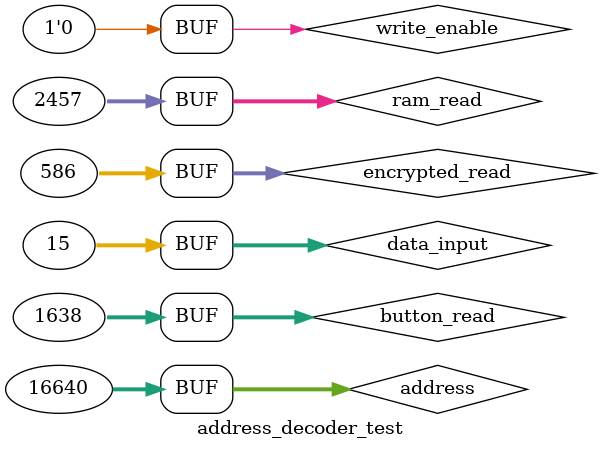
<source format=sv>
module address_decoder_test();

logic write_enable, ram_we, decrypted_we;
logic[31:0] address, button_read, ram_read, encrypted_read, data_input;
logic[31:0] ram_address, encrypted_address, decrypted_address, ram_data, decrypted_data, data_output;
												
											
address_decoder DUT(write_enable, address, button_read, ram_read, encrypted_read, data_input,
ram_we, decrypted_we, ram_address, encrypted_address, decrypted_address, ram_data, decrypted_data, data_output);


initial begin
	write_enable = 0; address = 32'h4; button_read = 32'h666; ram_read = 32'h999; data_input = 32'hF; encrypted_read = 32'h24A;
	
	#10 address = 32'h404;
	#10 write_enable = 1;
	#10 address = 32'h40C;
	#10 write_enable = 0;
	#10 address = 32'h400;
	#10 write_enable = 1;
	#10 address = 32'h30000;
	#10 write_enable = 0;
	#10 address = 32'h4100;
	#10 write_enable = 1;
	#10 write_enable = 0;
	
end
endmodule
										
</source>
